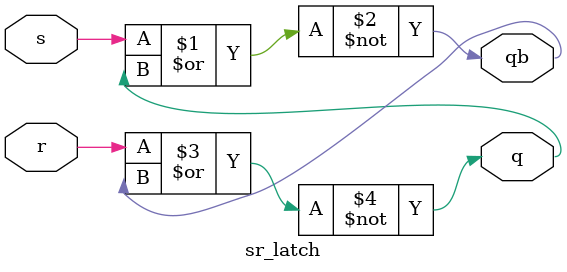
<source format=v>
module sr_latch(s,r,q,qb);

input s,r;
output q,qb;

nor NOR2(qb,s,q);
nor NOR1(q,r,qb);

endmodule

</source>
